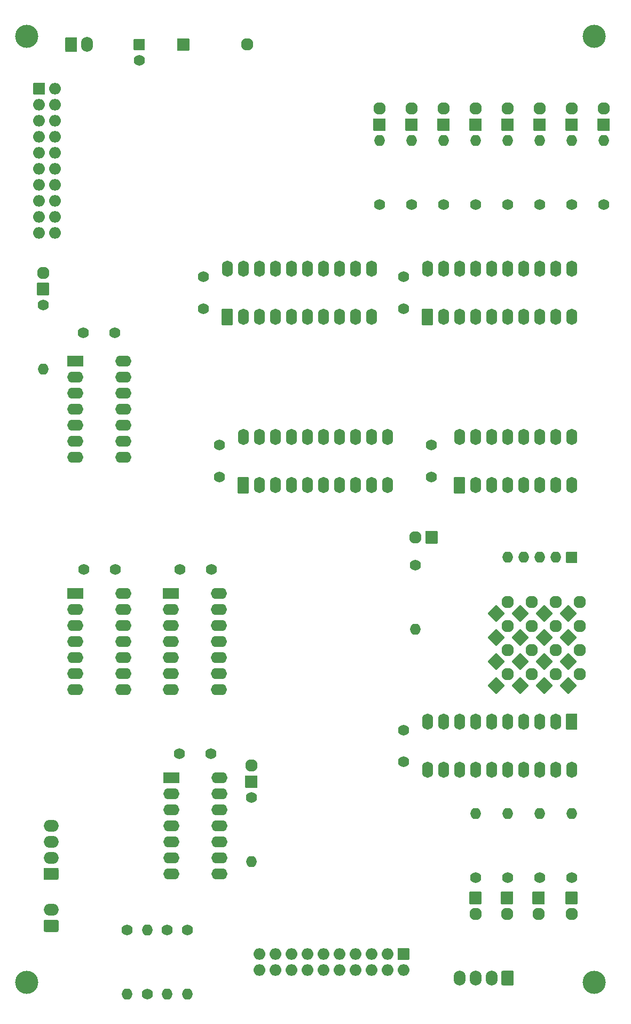
<source format=gbr>
G04 #@! TF.GenerationSoftware,KiCad,Pcbnew,(5.1.7)-1*
G04 #@! TF.CreationDate,2020-11-15T10:54:59+01:00*
G04 #@! TF.ProjectId,Befehle,42656665-686c-4652-9e6b-696361645f70,rev?*
G04 #@! TF.SameCoordinates,Original*
G04 #@! TF.FileFunction,Soldermask,Bot*
G04 #@! TF.FilePolarity,Negative*
%FSLAX46Y46*%
G04 Gerber Fmt 4.6, Leading zero omitted, Abs format (unit mm)*
G04 Created by KiCad (PCBNEW (5.1.7)-1) date 2020-11-15 10:54:59*
%MOMM*%
%LPD*%
G01*
G04 APERTURE LIST*
%ADD10O,1.760000X2.560000*%
%ADD11O,2.350000X1.900000*%
%ADD12C,3.660000*%
%ADD13O,1.960000X1.960000*%
%ADD14O,1.760000X1.760000*%
%ADD15C,1.760000*%
%ADD16C,1.960000*%
%ADD17O,1.860000X1.860000*%
%ADD18O,2.560000X1.760000*%
%ADD19O,1.900000X2.350000*%
%ADD20C,0.100000*%
G04 APERTURE END LIST*
D10*
X109950000Y-141320000D03*
X87090000Y-133700000D03*
X107410000Y-141320000D03*
X89630000Y-133700000D03*
X104870000Y-141320000D03*
X92170000Y-133700000D03*
X102330000Y-141320000D03*
X94710000Y-133700000D03*
X99790000Y-141320000D03*
X97250000Y-133700000D03*
X97250000Y-141320000D03*
X99790000Y-133700000D03*
X94710000Y-141320000D03*
X102330000Y-133700000D03*
X92170000Y-141320000D03*
X104870000Y-133700000D03*
X89630000Y-141320000D03*
X107410000Y-133700000D03*
X87090000Y-141320000D03*
G36*
G01*
X109150000Y-132420000D02*
X110750000Y-132420000D01*
G75*
G02*
X110830000Y-132500000I0J-80000D01*
G01*
X110830000Y-134900000D01*
G75*
G02*
X110750000Y-134980000I-80000J0D01*
G01*
X109150000Y-134980000D01*
G75*
G02*
X109070000Y-134900000I0J80000D01*
G01*
X109070000Y-132500000D01*
G75*
G02*
X109150000Y-132420000I80000J0D01*
G01*
G37*
X57880000Y-88615000D03*
X80740000Y-96235000D03*
X60420000Y-88615000D03*
X78200000Y-96235000D03*
X62960000Y-88615000D03*
X75660000Y-96235000D03*
X65500000Y-88615000D03*
X73120000Y-96235000D03*
X68040000Y-88615000D03*
X70580000Y-96235000D03*
X70580000Y-88615000D03*
X68040000Y-96235000D03*
X73120000Y-88615000D03*
X65500000Y-96235000D03*
X75660000Y-88615000D03*
X62960000Y-96235000D03*
X78200000Y-88615000D03*
X60420000Y-96235000D03*
X80740000Y-88615000D03*
G36*
G01*
X58680000Y-97515000D02*
X57080000Y-97515000D01*
G75*
G02*
X57000000Y-97435000I0J80000D01*
G01*
X57000000Y-95035000D01*
G75*
G02*
X57080000Y-94955000I80000J0D01*
G01*
X58680000Y-94955000D01*
G75*
G02*
X58760000Y-95035000I0J-80000D01*
G01*
X58760000Y-97435000D01*
G75*
G02*
X58680000Y-97515000I-80000J0D01*
G01*
G37*
X87090000Y-61945000D03*
X109950000Y-69565000D03*
X89630000Y-61945000D03*
X107410000Y-69565000D03*
X92170000Y-61945000D03*
X104870000Y-69565000D03*
X94710000Y-61945000D03*
X102330000Y-69565000D03*
X97250000Y-61945000D03*
X99790000Y-69565000D03*
X99790000Y-61945000D03*
X97250000Y-69565000D03*
X102330000Y-61945000D03*
X94710000Y-69565000D03*
X104870000Y-61945000D03*
X92170000Y-69565000D03*
X107410000Y-61945000D03*
X89630000Y-69565000D03*
X109950000Y-61945000D03*
G36*
G01*
X87890000Y-70845000D02*
X86290000Y-70845000D01*
G75*
G02*
X86210000Y-70765000I0J80000D01*
G01*
X86210000Y-68365000D01*
G75*
G02*
X86290000Y-68285000I80000J0D01*
G01*
X87890000Y-68285000D01*
G75*
G02*
X87970000Y-68365000I0J-80000D01*
G01*
X87970000Y-70765000D01*
G75*
G02*
X87890000Y-70845000I-80000J0D01*
G01*
G37*
X55340000Y-61945000D03*
X78200000Y-69565000D03*
X57880000Y-61945000D03*
X75660000Y-69565000D03*
X60420000Y-61945000D03*
X73120000Y-69565000D03*
X62960000Y-61945000D03*
X70580000Y-69565000D03*
X65500000Y-61945000D03*
X68040000Y-69565000D03*
X68040000Y-61945000D03*
X65500000Y-69565000D03*
X70580000Y-61945000D03*
X62960000Y-69565000D03*
X73120000Y-61945000D03*
X60420000Y-69565000D03*
X75660000Y-61945000D03*
X57880000Y-69565000D03*
X78200000Y-61945000D03*
G36*
G01*
X56140000Y-70845000D02*
X54540000Y-70845000D01*
G75*
G02*
X54460000Y-70765000I0J80000D01*
G01*
X54460000Y-68365000D01*
G75*
G02*
X54540000Y-68285000I80000J0D01*
G01*
X56140000Y-68285000D01*
G75*
G02*
X56220000Y-68365000I0J-80000D01*
G01*
X56220000Y-70765000D01*
G75*
G02*
X56140000Y-70845000I-80000J0D01*
G01*
G37*
D11*
X27400000Y-150210000D03*
X27400000Y-152750000D03*
X27400000Y-155290000D03*
G36*
G01*
X28302013Y-158780000D02*
X26497987Y-158780000D01*
G75*
G02*
X26225000Y-158507013I0J272987D01*
G01*
X26225000Y-157152987D01*
G75*
G02*
X26497987Y-156880000I272987J0D01*
G01*
X28302013Y-156880000D01*
G75*
G02*
X28575000Y-157152987I0J-272987D01*
G01*
X28575000Y-158507013D01*
G75*
G02*
X28302013Y-158780000I-272987J0D01*
G01*
G37*
D12*
X23510000Y-175035000D03*
X113510000Y-175035000D03*
X113510000Y-25035000D03*
X23510000Y-25035000D03*
D13*
X58515000Y-26385000D03*
G36*
G01*
X47375000Y-27285000D02*
X47375000Y-25485000D01*
G75*
G02*
X47455000Y-25405000I80000J0D01*
G01*
X49255000Y-25405000D01*
G75*
G02*
X49335000Y-25485000I0J-80000D01*
G01*
X49335000Y-27285000D01*
G75*
G02*
X49255000Y-27365000I-80000J0D01*
G01*
X47455000Y-27365000D01*
G75*
G02*
X47375000Y-27285000I0J80000D01*
G01*
G37*
D14*
X109950000Y-148305000D03*
D15*
X109950000Y-158465000D03*
D16*
X111220000Y-126188949D03*
G36*
G01*
X109367380Y-129314361D02*
X108094588Y-128041569D01*
G75*
G02*
X108094588Y-127928431I56569J56569D01*
G01*
X109367380Y-126655639D01*
G75*
G02*
X109480518Y-126655639I56569J-56569D01*
G01*
X110753310Y-127928431D01*
G75*
G02*
X110753310Y-128041569I-56569J-56569D01*
G01*
X109480518Y-129314361D01*
G75*
G02*
X109367380Y-129314361I-56569J56569D01*
G01*
G37*
X103600000Y-122378949D03*
G36*
G01*
X101747380Y-125504361D02*
X100474588Y-124231569D01*
G75*
G02*
X100474588Y-124118431I56569J56569D01*
G01*
X101747380Y-122845639D01*
G75*
G02*
X101860518Y-122845639I56569J-56569D01*
G01*
X103133310Y-124118431D01*
G75*
G02*
X103133310Y-124231569I-56569J-56569D01*
G01*
X101860518Y-125504361D01*
G75*
G02*
X101747380Y-125504361I-56569J56569D01*
G01*
G37*
X107410000Y-126188949D03*
G36*
G01*
X105557380Y-129314361D02*
X104284588Y-128041569D01*
G75*
G02*
X104284588Y-127928431I56569J56569D01*
G01*
X105557380Y-126655639D01*
G75*
G02*
X105670518Y-126655639I56569J-56569D01*
G01*
X106943310Y-127928431D01*
G75*
G02*
X106943310Y-128041569I-56569J-56569D01*
G01*
X105670518Y-129314361D01*
G75*
G02*
X105557380Y-129314361I-56569J56569D01*
G01*
G37*
D17*
X60420000Y-173070000D03*
X60420000Y-170530000D03*
X62960000Y-173070000D03*
X62960000Y-170530000D03*
X65500000Y-173070000D03*
X65500000Y-170530000D03*
X68040000Y-173070000D03*
X68040000Y-170530000D03*
X70580000Y-173070000D03*
X70580000Y-170530000D03*
X73120000Y-173070000D03*
X73120000Y-170530000D03*
X75660000Y-173070000D03*
X75660000Y-170530000D03*
X78200000Y-173070000D03*
X78200000Y-170530000D03*
X80740000Y-173070000D03*
X80740000Y-170530000D03*
X83280000Y-173070000D03*
G36*
G01*
X82430000Y-169600000D02*
X84130000Y-169600000D01*
G75*
G02*
X84210000Y-169680000I0J-80000D01*
G01*
X84210000Y-171380000D01*
G75*
G02*
X84130000Y-171460000I-80000J0D01*
G01*
X82430000Y-171460000D01*
G75*
G02*
X82350000Y-171380000I0J80000D01*
G01*
X82350000Y-169680000D01*
G75*
G02*
X82430000Y-169600000I80000J0D01*
G01*
G37*
D10*
X92170000Y-88615000D03*
X109950000Y-96235000D03*
X94710000Y-88615000D03*
X107410000Y-96235000D03*
X97250000Y-88615000D03*
X104870000Y-96235000D03*
X99790000Y-88615000D03*
X102330000Y-96235000D03*
X102330000Y-88615000D03*
X99790000Y-96235000D03*
X104870000Y-88615000D03*
X97250000Y-96235000D03*
X107410000Y-88615000D03*
X94710000Y-96235000D03*
X109950000Y-88615000D03*
G36*
G01*
X92970000Y-97515000D02*
X91370000Y-97515000D01*
G75*
G02*
X91290000Y-97435000I0J80000D01*
G01*
X91290000Y-95035000D01*
G75*
G02*
X91370000Y-94955000I80000J0D01*
G01*
X92970000Y-94955000D01*
G75*
G02*
X93050000Y-95035000I0J-80000D01*
G01*
X93050000Y-97435000D01*
G75*
G02*
X92970000Y-97515000I-80000J0D01*
G01*
G37*
D18*
X38830000Y-76550000D03*
X31210000Y-91790000D03*
X38830000Y-79090000D03*
X31210000Y-89250000D03*
X38830000Y-81630000D03*
X31210000Y-86710000D03*
X38830000Y-84170000D03*
X31210000Y-84170000D03*
X38830000Y-86710000D03*
X31210000Y-81630000D03*
X38830000Y-89250000D03*
X31210000Y-79090000D03*
X38830000Y-91790000D03*
G36*
G01*
X29930000Y-77350000D02*
X29930000Y-75750000D01*
G75*
G02*
X30010000Y-75670000I80000J0D01*
G01*
X32410000Y-75670000D01*
G75*
G02*
X32490000Y-75750000I0J-80000D01*
G01*
X32490000Y-77350000D01*
G75*
G02*
X32410000Y-77430000I-80000J0D01*
G01*
X30010000Y-77430000D01*
G75*
G02*
X29930000Y-77350000I0J80000D01*
G01*
G37*
D14*
X99790000Y-107665000D03*
X102330000Y-107665000D03*
X104870000Y-107665000D03*
X107410000Y-107665000D03*
G36*
G01*
X110830000Y-106865000D02*
X110830000Y-108465000D01*
G75*
G02*
X110750000Y-108545000I-80000J0D01*
G01*
X109150000Y-108545000D01*
G75*
G02*
X109070000Y-108465000I0J80000D01*
G01*
X109070000Y-106865000D01*
G75*
G02*
X109150000Y-106785000I80000J0D01*
G01*
X110750000Y-106785000D01*
G75*
G02*
X110830000Y-106865000I0J-80000D01*
G01*
G37*
X115030000Y-41625000D03*
D15*
X115030000Y-51785000D03*
D14*
X104870000Y-148305000D03*
D15*
X104870000Y-158465000D03*
D14*
X109950000Y-41625000D03*
D15*
X109950000Y-51785000D03*
D14*
X104870000Y-41625000D03*
D15*
X104870000Y-51785000D03*
D14*
X99790000Y-41625000D03*
D15*
X99790000Y-51785000D03*
D14*
X94710000Y-41625000D03*
D15*
X94710000Y-51785000D03*
D14*
X89630000Y-41625000D03*
D15*
X89630000Y-51785000D03*
D14*
X99790000Y-148305000D03*
D15*
X99790000Y-158465000D03*
D14*
X84550000Y-41625000D03*
D15*
X84550000Y-51785000D03*
D14*
X79470000Y-41625000D03*
D15*
X79470000Y-51785000D03*
D14*
X94710000Y-148305000D03*
D15*
X94710000Y-158465000D03*
D14*
X85185000Y-119095000D03*
D15*
X85185000Y-108935000D03*
D14*
X45815000Y-176880000D03*
D15*
X45815000Y-166720000D03*
D14*
X26130000Y-77820000D03*
D15*
X26130000Y-67660000D03*
D14*
X39465000Y-176880000D03*
D15*
X39465000Y-166720000D03*
D14*
X48990000Y-176880000D03*
D15*
X48990000Y-166720000D03*
D14*
X59150000Y-155925000D03*
D15*
X59150000Y-145765000D03*
D14*
X42640000Y-166720000D03*
D15*
X42640000Y-176880000D03*
D19*
X33115000Y-26385000D03*
G36*
G01*
X29625000Y-27287013D02*
X29625000Y-25482987D01*
G75*
G02*
X29897987Y-25210000I272987J0D01*
G01*
X31252013Y-25210000D01*
G75*
G02*
X31525000Y-25482987I0J-272987D01*
G01*
X31525000Y-27287013D01*
G75*
G02*
X31252013Y-27560000I-272987J0D01*
G01*
X29897987Y-27560000D01*
G75*
G02*
X29625000Y-27287013I0J272987D01*
G01*
G37*
X92170000Y-174340000D03*
X94710000Y-174340000D03*
X97250000Y-174340000D03*
G36*
G01*
X100740000Y-173437987D02*
X100740000Y-175242013D01*
G75*
G02*
X100467013Y-175515000I-272987J0D01*
G01*
X99112987Y-175515000D01*
G75*
G02*
X98840000Y-175242013I0J272987D01*
G01*
X98840000Y-173437987D01*
G75*
G02*
X99112987Y-173165000I272987J0D01*
G01*
X100467013Y-173165000D01*
G75*
G02*
X100740000Y-173437987I0J-272987D01*
G01*
G37*
D11*
X27400000Y-163545000D03*
G36*
G01*
X28302013Y-167035000D02*
X26497987Y-167035000D01*
G75*
G02*
X26225000Y-166762013I0J272987D01*
G01*
X26225000Y-165407987D01*
G75*
G02*
X26497987Y-165135000I272987J0D01*
G01*
X28302013Y-165135000D01*
G75*
G02*
X28575000Y-165407987I0J-272987D01*
G01*
X28575000Y-166762013D01*
G75*
G02*
X28302013Y-167035000I-272987J0D01*
G01*
G37*
G36*
G01*
X24565000Y-34220000D02*
X24565000Y-32520000D01*
G75*
G02*
X24645000Y-32440000I80000J0D01*
G01*
X26345000Y-32440000D01*
G75*
G02*
X26425000Y-32520000I0J-80000D01*
G01*
X26425000Y-34220000D01*
G75*
G02*
X26345000Y-34300000I-80000J0D01*
G01*
X24645000Y-34300000D01*
G75*
G02*
X24565000Y-34220000I0J80000D01*
G01*
G37*
D17*
X28035000Y-33370000D03*
X25495000Y-35910000D03*
X28035000Y-35910000D03*
X25495000Y-38450000D03*
X28035000Y-38450000D03*
X25495000Y-40990000D03*
X28035000Y-40990000D03*
X25495000Y-43530000D03*
X28035000Y-43530000D03*
X25495000Y-46070000D03*
X28035000Y-46070000D03*
X25495000Y-48610000D03*
X28035000Y-48610000D03*
X25495000Y-51150000D03*
X28035000Y-51150000D03*
X25495000Y-53690000D03*
X28035000Y-53690000D03*
X25495000Y-56230000D03*
X28035000Y-56230000D03*
D16*
X109950000Y-164180000D03*
G36*
G01*
X109050000Y-160660000D02*
X110850000Y-160660000D01*
G75*
G02*
X110930000Y-160740000I0J-80000D01*
G01*
X110930000Y-162540000D01*
G75*
G02*
X110850000Y-162620000I-80000J0D01*
G01*
X109050000Y-162620000D01*
G75*
G02*
X108970000Y-162540000I0J80000D01*
G01*
X108970000Y-160740000D01*
G75*
G02*
X109050000Y-160660000I80000J0D01*
G01*
G37*
X115030000Y-36545000D03*
G36*
G01*
X115930000Y-40065000D02*
X114130000Y-40065000D01*
G75*
G02*
X114050000Y-39985000I0J80000D01*
G01*
X114050000Y-38185000D01*
G75*
G02*
X114130000Y-38105000I80000J0D01*
G01*
X115930000Y-38105000D01*
G75*
G02*
X116010000Y-38185000I0J-80000D01*
G01*
X116010000Y-39985000D01*
G75*
G02*
X115930000Y-40065000I-80000J0D01*
G01*
G37*
X104715000Y-164180000D03*
G36*
G01*
X103815000Y-160660000D02*
X105615000Y-160660000D01*
G75*
G02*
X105695000Y-160740000I0J-80000D01*
G01*
X105695000Y-162540000D01*
G75*
G02*
X105615000Y-162620000I-80000J0D01*
G01*
X103815000Y-162620000D01*
G75*
G02*
X103735000Y-162540000I0J80000D01*
G01*
X103735000Y-160740000D01*
G75*
G02*
X103815000Y-160660000I80000J0D01*
G01*
G37*
X109950000Y-36545000D03*
G36*
G01*
X110850000Y-40065000D02*
X109050000Y-40065000D01*
G75*
G02*
X108970000Y-39985000I0J80000D01*
G01*
X108970000Y-38185000D01*
G75*
G02*
X109050000Y-38105000I80000J0D01*
G01*
X110850000Y-38105000D01*
G75*
G02*
X110930000Y-38185000I0J-80000D01*
G01*
X110930000Y-39985000D01*
G75*
G02*
X110850000Y-40065000I-80000J0D01*
G01*
G37*
X104870000Y-36545000D03*
G36*
G01*
X105770000Y-40065000D02*
X103970000Y-40065000D01*
G75*
G02*
X103890000Y-39985000I0J80000D01*
G01*
X103890000Y-38185000D01*
G75*
G02*
X103970000Y-38105000I80000J0D01*
G01*
X105770000Y-38105000D01*
G75*
G02*
X105850000Y-38185000I0J-80000D01*
G01*
X105850000Y-39985000D01*
G75*
G02*
X105770000Y-40065000I-80000J0D01*
G01*
G37*
X99790000Y-36545000D03*
G36*
G01*
X100690000Y-40065000D02*
X98890000Y-40065000D01*
G75*
G02*
X98810000Y-39985000I0J80000D01*
G01*
X98810000Y-38185000D01*
G75*
G02*
X98890000Y-38105000I80000J0D01*
G01*
X100690000Y-38105000D01*
G75*
G02*
X100770000Y-38185000I0J-80000D01*
G01*
X100770000Y-39985000D01*
G75*
G02*
X100690000Y-40065000I-80000J0D01*
G01*
G37*
X94710000Y-36545000D03*
G36*
G01*
X95610000Y-40065000D02*
X93810000Y-40065000D01*
G75*
G02*
X93730000Y-39985000I0J80000D01*
G01*
X93730000Y-38185000D01*
G75*
G02*
X93810000Y-38105000I80000J0D01*
G01*
X95610000Y-38105000D01*
G75*
G02*
X95690000Y-38185000I0J-80000D01*
G01*
X95690000Y-39985000D01*
G75*
G02*
X95610000Y-40065000I-80000J0D01*
G01*
G37*
X89630000Y-36545000D03*
G36*
G01*
X90530000Y-40065000D02*
X88730000Y-40065000D01*
G75*
G02*
X88650000Y-39985000I0J80000D01*
G01*
X88650000Y-38185000D01*
G75*
G02*
X88730000Y-38105000I80000J0D01*
G01*
X90530000Y-38105000D01*
G75*
G02*
X90610000Y-38185000I0J-80000D01*
G01*
X90610000Y-39985000D01*
G75*
G02*
X90530000Y-40065000I-80000J0D01*
G01*
G37*
X99715000Y-164180000D03*
G36*
G01*
X98815000Y-160660000D02*
X100615000Y-160660000D01*
G75*
G02*
X100695000Y-160740000I0J-80000D01*
G01*
X100695000Y-162540000D01*
G75*
G02*
X100615000Y-162620000I-80000J0D01*
G01*
X98815000Y-162620000D01*
G75*
G02*
X98735000Y-162540000I0J80000D01*
G01*
X98735000Y-160740000D01*
G75*
G02*
X98815000Y-160660000I80000J0D01*
G01*
G37*
X84550000Y-36545000D03*
G36*
G01*
X85450000Y-40065000D02*
X83650000Y-40065000D01*
G75*
G02*
X83570000Y-39985000I0J80000D01*
G01*
X83570000Y-38185000D01*
G75*
G02*
X83650000Y-38105000I80000J0D01*
G01*
X85450000Y-38105000D01*
G75*
G02*
X85530000Y-38185000I0J-80000D01*
G01*
X85530000Y-39985000D01*
G75*
G02*
X85450000Y-40065000I-80000J0D01*
G01*
G37*
X79470000Y-36545000D03*
G36*
G01*
X80370000Y-40065000D02*
X78570000Y-40065000D01*
G75*
G02*
X78490000Y-39985000I0J80000D01*
G01*
X78490000Y-38185000D01*
G75*
G02*
X78570000Y-38105000I80000J0D01*
G01*
X80370000Y-38105000D01*
G75*
G02*
X80450000Y-38185000I0J-80000D01*
G01*
X80450000Y-39985000D01*
G75*
G02*
X80370000Y-40065000I-80000J0D01*
G01*
G37*
X94710000Y-164180000D03*
G36*
G01*
X93810000Y-160660000D02*
X95610000Y-160660000D01*
G75*
G02*
X95690000Y-160740000I0J-80000D01*
G01*
X95690000Y-162540000D01*
G75*
G02*
X95610000Y-162620000I-80000J0D01*
G01*
X93810000Y-162620000D01*
G75*
G02*
X93730000Y-162540000I0J80000D01*
G01*
X93730000Y-160740000D01*
G75*
G02*
X93810000Y-160660000I80000J0D01*
G01*
G37*
X85185000Y-104490000D03*
G36*
G01*
X88705000Y-103590000D02*
X88705000Y-105390000D01*
G75*
G02*
X88625000Y-105470000I-80000J0D01*
G01*
X86825000Y-105470000D01*
G75*
G02*
X86745000Y-105390000I0J80000D01*
G01*
X86745000Y-103590000D01*
G75*
G02*
X86825000Y-103510000I80000J0D01*
G01*
X88625000Y-103510000D01*
G75*
G02*
X88705000Y-103590000I0J-80000D01*
G01*
G37*
X26130000Y-62580000D03*
G36*
G01*
X27030000Y-66100000D02*
X25230000Y-66100000D01*
G75*
G02*
X25150000Y-66020000I0J80000D01*
G01*
X25150000Y-64220000D01*
G75*
G02*
X25230000Y-64140000I80000J0D01*
G01*
X27030000Y-64140000D01*
G75*
G02*
X27110000Y-64220000I0J-80000D01*
G01*
X27110000Y-66020000D01*
G75*
G02*
X27030000Y-66100000I-80000J0D01*
G01*
G37*
X59150000Y-140685000D03*
G36*
G01*
X60050000Y-144205000D02*
X58250000Y-144205000D01*
G75*
G02*
X58170000Y-144125000I0J80000D01*
G01*
X58170000Y-142325000D01*
G75*
G02*
X58250000Y-142245000I80000J0D01*
G01*
X60050000Y-142245000D01*
G75*
G02*
X60130000Y-142325000I0J-80000D01*
G01*
X60130000Y-144125000D01*
G75*
G02*
X60050000Y-144205000I-80000J0D01*
G01*
G37*
D18*
X54070000Y-142590000D03*
X46450000Y-157830000D03*
X54070000Y-145130000D03*
X46450000Y-155290000D03*
X54070000Y-147670000D03*
X46450000Y-152750000D03*
X54070000Y-150210000D03*
X46450000Y-150210000D03*
X54070000Y-152750000D03*
X46450000Y-147670000D03*
X54070000Y-155290000D03*
X46450000Y-145130000D03*
X54070000Y-157830000D03*
G36*
G01*
X45170000Y-143390000D02*
X45170000Y-141790000D01*
G75*
G02*
X45250000Y-141710000I80000J0D01*
G01*
X47650000Y-141710000D01*
G75*
G02*
X47730000Y-141790000I0J-80000D01*
G01*
X47730000Y-143390000D01*
G75*
G02*
X47650000Y-143470000I-80000J0D01*
G01*
X45250000Y-143470000D01*
G75*
G02*
X45170000Y-143390000I0J80000D01*
G01*
G37*
D15*
X32480000Y-72105000D03*
X37480000Y-72105000D03*
D18*
X38830000Y-113380000D03*
X31210000Y-128620000D03*
X38830000Y-115920000D03*
X31210000Y-126080000D03*
X38830000Y-118460000D03*
X31210000Y-123540000D03*
X38830000Y-121000000D03*
X31210000Y-121000000D03*
X38830000Y-123540000D03*
X31210000Y-118460000D03*
X38830000Y-126080000D03*
X31210000Y-115920000D03*
X38830000Y-128620000D03*
G36*
G01*
X29930000Y-114180000D02*
X29930000Y-112580000D01*
G75*
G02*
X30010000Y-112500000I80000J0D01*
G01*
X32410000Y-112500000D01*
G75*
G02*
X32490000Y-112580000I0J-80000D01*
G01*
X32490000Y-114180000D01*
G75*
G02*
X32410000Y-114260000I-80000J0D01*
G01*
X30010000Y-114260000D01*
G75*
G02*
X29930000Y-114180000I0J80000D01*
G01*
G37*
X54021740Y-113380000D03*
X46401740Y-128620000D03*
X54021740Y-115920000D03*
X46401740Y-126080000D03*
X54021740Y-118460000D03*
X46401740Y-123540000D03*
X54021740Y-121000000D03*
X46401740Y-121000000D03*
X54021740Y-123540000D03*
X46401740Y-118460000D03*
X54021740Y-126080000D03*
X46401740Y-115920000D03*
X54021740Y-128620000D03*
G36*
G01*
X45121740Y-114180000D02*
X45121740Y-112580000D01*
G75*
G02*
X45201740Y-112500000I80000J0D01*
G01*
X47601740Y-112500000D01*
G75*
G02*
X47681740Y-112580000I0J-80000D01*
G01*
X47681740Y-114180000D01*
G75*
G02*
X47601740Y-114260000I-80000J0D01*
G01*
X45201740Y-114260000D01*
G75*
G02*
X45121740Y-114180000I0J80000D01*
G01*
G37*
D16*
X103600000Y-126188949D03*
G36*
G01*
X101747380Y-129314361D02*
X100474588Y-128041569D01*
G75*
G02*
X100474588Y-127928431I56569J56569D01*
G01*
X101747380Y-126655639D01*
G75*
G02*
X101860518Y-126655639I56569J-56569D01*
G01*
X103133310Y-127928431D01*
G75*
G02*
X103133310Y-128041569I-56569J-56569D01*
G01*
X101860518Y-129314361D01*
G75*
G02*
X101747380Y-129314361I-56569J56569D01*
G01*
G37*
X99790000Y-126188949D03*
G36*
G01*
X97937380Y-129314361D02*
X96664588Y-128041569D01*
G75*
G02*
X96664588Y-127928431I56569J56569D01*
G01*
X97937380Y-126655639D01*
G75*
G02*
X98050518Y-126655639I56569J-56569D01*
G01*
X99323310Y-127928431D01*
G75*
G02*
X99323310Y-128041569I-56569J-56569D01*
G01*
X98050518Y-129314361D01*
G75*
G02*
X97937380Y-129314361I-56569J56569D01*
G01*
G37*
X111220000Y-122378949D03*
G36*
G01*
X109367380Y-125504361D02*
X108094588Y-124231569D01*
G75*
G02*
X108094588Y-124118431I56569J56569D01*
G01*
X109367380Y-122845639D01*
G75*
G02*
X109480518Y-122845639I56569J-56569D01*
G01*
X110753310Y-124118431D01*
G75*
G02*
X110753310Y-124231569I-56569J-56569D01*
G01*
X109480518Y-125504361D01*
G75*
G02*
X109367380Y-125504361I-56569J56569D01*
G01*
G37*
X107410000Y-122378949D03*
G36*
G01*
X105557380Y-125504361D02*
X104284588Y-124231569D01*
G75*
G02*
X104284588Y-124118431I56569J56569D01*
G01*
X105557380Y-122845639D01*
G75*
G02*
X105670518Y-122845639I56569J-56569D01*
G01*
X106943310Y-124118431D01*
G75*
G02*
X106943310Y-124231569I-56569J-56569D01*
G01*
X105670518Y-125504361D01*
G75*
G02*
X105557380Y-125504361I-56569J56569D01*
G01*
G37*
X111220000Y-118568949D03*
G36*
G01*
X109367380Y-121694361D02*
X108094588Y-120421569D01*
G75*
G02*
X108094588Y-120308431I56569J56569D01*
G01*
X109367380Y-119035639D01*
G75*
G02*
X109480518Y-119035639I56569J-56569D01*
G01*
X110753310Y-120308431D01*
G75*
G02*
X110753310Y-120421569I-56569J-56569D01*
G01*
X109480518Y-121694361D01*
G75*
G02*
X109367380Y-121694361I-56569J56569D01*
G01*
G37*
X107410000Y-118568949D03*
G36*
G01*
X105557380Y-121694361D02*
X104284588Y-120421569D01*
G75*
G02*
X104284588Y-120308431I56569J56569D01*
G01*
X105557380Y-119035639D01*
G75*
G02*
X105670518Y-119035639I56569J-56569D01*
G01*
X106943310Y-120308431D01*
G75*
G02*
X106943310Y-120421569I-56569J-56569D01*
G01*
X105670518Y-121694361D01*
G75*
G02*
X105557380Y-121694361I-56569J56569D01*
G01*
G37*
X103600000Y-118568949D03*
G36*
G01*
X101747380Y-121694361D02*
X100474588Y-120421569D01*
G75*
G02*
X100474588Y-120308431I56569J56569D01*
G01*
X101747380Y-119035639D01*
G75*
G02*
X101860518Y-119035639I56569J-56569D01*
G01*
X103133310Y-120308431D01*
G75*
G02*
X103133310Y-120421569I-56569J-56569D01*
G01*
X101860518Y-121694361D01*
G75*
G02*
X101747380Y-121694361I-56569J56569D01*
G01*
G37*
X111220000Y-114758949D03*
G36*
G01*
X109367380Y-117884361D02*
X108094588Y-116611569D01*
G75*
G02*
X108094588Y-116498431I56569J56569D01*
G01*
X109367380Y-115225639D01*
G75*
G02*
X109480518Y-115225639I56569J-56569D01*
G01*
X110753310Y-116498431D01*
G75*
G02*
X110753310Y-116611569I-56569J-56569D01*
G01*
X109480518Y-117884361D01*
G75*
G02*
X109367380Y-117884361I-56569J56569D01*
G01*
G37*
X107410000Y-114758949D03*
G36*
G01*
X105557380Y-117884361D02*
X104284588Y-116611569D01*
G75*
G02*
X104284588Y-116498431I56569J56569D01*
G01*
X105557380Y-115225639D01*
G75*
G02*
X105670518Y-115225639I56569J-56569D01*
G01*
X106943310Y-116498431D01*
G75*
G02*
X106943310Y-116611569I-56569J-56569D01*
G01*
X105670518Y-117884361D01*
G75*
G02*
X105557380Y-117884361I-56569J56569D01*
G01*
G37*
X99790000Y-122378949D03*
G36*
G01*
X97937380Y-125504361D02*
X96664588Y-124231569D01*
G75*
G02*
X96664588Y-124118431I56569J56569D01*
G01*
X97937380Y-122845639D01*
G75*
G02*
X98050518Y-122845639I56569J-56569D01*
G01*
X99323310Y-124118431D01*
G75*
G02*
X99323310Y-124231569I-56569J-56569D01*
G01*
X98050518Y-125504361D01*
G75*
G02*
X97937380Y-125504361I-56569J56569D01*
G01*
G37*
X103600000Y-114758949D03*
G36*
G01*
X101747380Y-117884361D02*
X100474588Y-116611569D01*
G75*
G02*
X100474588Y-116498431I56569J56569D01*
G01*
X101747380Y-115225639D01*
G75*
G02*
X101860518Y-115225639I56569J-56569D01*
G01*
X103133310Y-116498431D01*
G75*
G02*
X103133310Y-116611569I-56569J-56569D01*
G01*
X101860518Y-117884361D01*
G75*
G02*
X101747380Y-117884361I-56569J56569D01*
G01*
G37*
X99790000Y-118568949D03*
G36*
G01*
X97937380Y-121694361D02*
X96664588Y-120421569D01*
G75*
G02*
X96664588Y-120308431I56569J56569D01*
G01*
X97937380Y-119035639D01*
G75*
G02*
X98050518Y-119035639I56569J-56569D01*
G01*
X99323310Y-120308431D01*
G75*
G02*
X99323310Y-120421569I-56569J-56569D01*
G01*
X98050518Y-121694361D01*
G75*
G02*
X97937380Y-121694361I-56569J56569D01*
G01*
G37*
X99790000Y-114758949D03*
G36*
G01*
X97937380Y-117884361D02*
X96664588Y-116611569D01*
G75*
G02*
X96664588Y-116498431I56569J56569D01*
G01*
X97937380Y-115225639D01*
G75*
G02*
X98050518Y-115225639I56569J-56569D01*
G01*
X99323310Y-116498431D01*
G75*
G02*
X99323310Y-116611569I-56569J-56569D01*
G01*
X98050518Y-117884361D01*
G75*
G02*
X97937380Y-117884361I-56569J56569D01*
G01*
G37*
D15*
X41370000Y-28885000D03*
G36*
G01*
X40570000Y-25505000D02*
X42170000Y-25505000D01*
G75*
G02*
X42250000Y-25585000I0J-80000D01*
G01*
X42250000Y-27185000D01*
G75*
G02*
X42170000Y-27265000I-80000J0D01*
G01*
X40570000Y-27265000D01*
G75*
G02*
X40490000Y-27185000I0J80000D01*
G01*
X40490000Y-25585000D01*
G75*
G02*
X40570000Y-25505000I80000J0D01*
G01*
G37*
X47720000Y-138780000D03*
X52720000Y-138780000D03*
X32560000Y-109570000D03*
X37560000Y-109570000D03*
X47800000Y-109570000D03*
X52800000Y-109570000D03*
X83280000Y-135050000D03*
X83280000Y-140050000D03*
X54070000Y-94885000D03*
X54070000Y-89885000D03*
X87725000Y-94885000D03*
X87725000Y-89885000D03*
X83280000Y-68215000D03*
X83280000Y-63215000D03*
X51530000Y-68215000D03*
X51530000Y-63215000D03*
D20*
G36*
X98841990Y-175241817D02*
G01*
X98847215Y-175294875D01*
X98862637Y-175345712D01*
X98887678Y-175392560D01*
X98921377Y-175433623D01*
X98962440Y-175467322D01*
X99009288Y-175492363D01*
X99060125Y-175507785D01*
X99113183Y-175513010D01*
X99114809Y-175514175D01*
X99114613Y-175516165D01*
X99112987Y-175517000D01*
X99028718Y-175517000D01*
X99028522Y-175516990D01*
X98986810Y-175512882D01*
X98986425Y-175512806D01*
X98952301Y-175502454D01*
X98951939Y-175502304D01*
X98920500Y-175485500D01*
X98920174Y-175485282D01*
X98892613Y-175462664D01*
X98892336Y-175462387D01*
X98869718Y-175434826D01*
X98869500Y-175434500D01*
X98852696Y-175403061D01*
X98852546Y-175402699D01*
X98842194Y-175368575D01*
X98842118Y-175368190D01*
X98838010Y-175326478D01*
X98838000Y-175326282D01*
X98838000Y-175242013D01*
X98839000Y-175240281D01*
X98841000Y-175240281D01*
X98841990Y-175241817D01*
G37*
G36*
X100741165Y-175240387D02*
G01*
X100742000Y-175242013D01*
X100742000Y-175326282D01*
X100741990Y-175326478D01*
X100737882Y-175368190D01*
X100737806Y-175368575D01*
X100727454Y-175402699D01*
X100727304Y-175403061D01*
X100710500Y-175434500D01*
X100710282Y-175434826D01*
X100687664Y-175462387D01*
X100687387Y-175462664D01*
X100659826Y-175485282D01*
X100659500Y-175485500D01*
X100628061Y-175502304D01*
X100627699Y-175502454D01*
X100593575Y-175512806D01*
X100593190Y-175512882D01*
X100551478Y-175516990D01*
X100551282Y-175517000D01*
X100467013Y-175517000D01*
X100465281Y-175516000D01*
X100465281Y-175514000D01*
X100466817Y-175513010D01*
X100519875Y-175507785D01*
X100570712Y-175492363D01*
X100617560Y-175467322D01*
X100658623Y-175433623D01*
X100692322Y-175392560D01*
X100717363Y-175345712D01*
X100732785Y-175294875D01*
X100738010Y-175241817D01*
X100739175Y-175240191D01*
X100741165Y-175240387D01*
G37*
G36*
X99114719Y-173164000D02*
G01*
X99114719Y-173166000D01*
X99113183Y-173166990D01*
X99060125Y-173172215D01*
X99009288Y-173187637D01*
X98962440Y-173212678D01*
X98921377Y-173246377D01*
X98887678Y-173287440D01*
X98862637Y-173334288D01*
X98847215Y-173385125D01*
X98841990Y-173438183D01*
X98840825Y-173439809D01*
X98838835Y-173439613D01*
X98838000Y-173437987D01*
X98838000Y-173353718D01*
X98838010Y-173353522D01*
X98842118Y-173311810D01*
X98842194Y-173311425D01*
X98852546Y-173277301D01*
X98852696Y-173276939D01*
X98869500Y-173245500D01*
X98869718Y-173245174D01*
X98892336Y-173217613D01*
X98892613Y-173217336D01*
X98920174Y-173194718D01*
X98920500Y-173194500D01*
X98951939Y-173177696D01*
X98952301Y-173177546D01*
X98986425Y-173167194D01*
X98986810Y-173167118D01*
X99028522Y-173163010D01*
X99028718Y-173163000D01*
X99112987Y-173163000D01*
X99114719Y-173164000D01*
G37*
G36*
X100551478Y-173163010D02*
G01*
X100593190Y-173167118D01*
X100593575Y-173167194D01*
X100627699Y-173177546D01*
X100628061Y-173177696D01*
X100659500Y-173194500D01*
X100659826Y-173194718D01*
X100687387Y-173217336D01*
X100687664Y-173217613D01*
X100710282Y-173245174D01*
X100710500Y-173245500D01*
X100727304Y-173276939D01*
X100727454Y-173277301D01*
X100737806Y-173311425D01*
X100737882Y-173311810D01*
X100741990Y-173353522D01*
X100742000Y-173353718D01*
X100742000Y-173437987D01*
X100741000Y-173439719D01*
X100739000Y-173439719D01*
X100738010Y-173438183D01*
X100732785Y-173385125D01*
X100717363Y-173334288D01*
X100692322Y-173287440D01*
X100658623Y-173246377D01*
X100617560Y-173212678D01*
X100570712Y-173187637D01*
X100519875Y-173172215D01*
X100466817Y-173166990D01*
X100465191Y-173165825D01*
X100465387Y-173163835D01*
X100467013Y-173163000D01*
X100551282Y-173163000D01*
X100551478Y-173163010D01*
G37*
G36*
X28576165Y-166760387D02*
G01*
X28577000Y-166762013D01*
X28577000Y-166846282D01*
X28576990Y-166846478D01*
X28572882Y-166888190D01*
X28572806Y-166888575D01*
X28562454Y-166922699D01*
X28562304Y-166923061D01*
X28545500Y-166954500D01*
X28545282Y-166954826D01*
X28522664Y-166982387D01*
X28522387Y-166982664D01*
X28494826Y-167005282D01*
X28494500Y-167005500D01*
X28463061Y-167022304D01*
X28462699Y-167022454D01*
X28428575Y-167032806D01*
X28428190Y-167032882D01*
X28386478Y-167036990D01*
X28386282Y-167037000D01*
X28302013Y-167037000D01*
X28300281Y-167036000D01*
X28300281Y-167034000D01*
X28301817Y-167033010D01*
X28354875Y-167027785D01*
X28405712Y-167012363D01*
X28452560Y-166987322D01*
X28493623Y-166953623D01*
X28527322Y-166912560D01*
X28552363Y-166865712D01*
X28567785Y-166814875D01*
X28573010Y-166761817D01*
X28574175Y-166760191D01*
X28576165Y-166760387D01*
G37*
G36*
X26226990Y-166761817D02*
G01*
X26232215Y-166814875D01*
X26247637Y-166865712D01*
X26272678Y-166912560D01*
X26306377Y-166953623D01*
X26347440Y-166987322D01*
X26394288Y-167012363D01*
X26445125Y-167027785D01*
X26498183Y-167033010D01*
X26499809Y-167034175D01*
X26499613Y-167036165D01*
X26497987Y-167037000D01*
X26413718Y-167037000D01*
X26413522Y-167036990D01*
X26371810Y-167032882D01*
X26371425Y-167032806D01*
X26337301Y-167022454D01*
X26336939Y-167022304D01*
X26305500Y-167005500D01*
X26305174Y-167005282D01*
X26277613Y-166982664D01*
X26277336Y-166982387D01*
X26254718Y-166954826D01*
X26254500Y-166954500D01*
X26237696Y-166923061D01*
X26237546Y-166922699D01*
X26227194Y-166888575D01*
X26227118Y-166888190D01*
X26223010Y-166846478D01*
X26223000Y-166846282D01*
X26223000Y-166762013D01*
X26224000Y-166760281D01*
X26226000Y-166760281D01*
X26226990Y-166761817D01*
G37*
G36*
X26499719Y-165134000D02*
G01*
X26499719Y-165136000D01*
X26498183Y-165136990D01*
X26445125Y-165142215D01*
X26394288Y-165157637D01*
X26347440Y-165182678D01*
X26306377Y-165216377D01*
X26272678Y-165257440D01*
X26247637Y-165304288D01*
X26232215Y-165355125D01*
X26226990Y-165408183D01*
X26225825Y-165409809D01*
X26223835Y-165409613D01*
X26223000Y-165407987D01*
X26223000Y-165323718D01*
X26223010Y-165323522D01*
X26227118Y-165281810D01*
X26227194Y-165281425D01*
X26237546Y-165247301D01*
X26237696Y-165246939D01*
X26254500Y-165215500D01*
X26254718Y-165215174D01*
X26277336Y-165187613D01*
X26277613Y-165187336D01*
X26305174Y-165164718D01*
X26305500Y-165164500D01*
X26336939Y-165147696D01*
X26337301Y-165147546D01*
X26371425Y-165137194D01*
X26371810Y-165137118D01*
X26413522Y-165133010D01*
X26413718Y-165133000D01*
X26497987Y-165133000D01*
X26499719Y-165134000D01*
G37*
G36*
X28386478Y-165133010D02*
G01*
X28428190Y-165137118D01*
X28428575Y-165137194D01*
X28462699Y-165147546D01*
X28463061Y-165147696D01*
X28494500Y-165164500D01*
X28494826Y-165164718D01*
X28522387Y-165187336D01*
X28522664Y-165187613D01*
X28545282Y-165215174D01*
X28545500Y-165215500D01*
X28562304Y-165246939D01*
X28562454Y-165247301D01*
X28572806Y-165281425D01*
X28572882Y-165281810D01*
X28576990Y-165323522D01*
X28577000Y-165323718D01*
X28577000Y-165407987D01*
X28576000Y-165409719D01*
X28574000Y-165409719D01*
X28573010Y-165408183D01*
X28567785Y-165355125D01*
X28552363Y-165304288D01*
X28527322Y-165257440D01*
X28493623Y-165216377D01*
X28452560Y-165182678D01*
X28405712Y-165157637D01*
X28354875Y-165142215D01*
X28301817Y-165136990D01*
X28300191Y-165135825D01*
X28300387Y-165133835D01*
X28302013Y-165133000D01*
X28386282Y-165133000D01*
X28386478Y-165133010D01*
G37*
G36*
X28576165Y-158505387D02*
G01*
X28577000Y-158507013D01*
X28577000Y-158591282D01*
X28576990Y-158591478D01*
X28572882Y-158633190D01*
X28572806Y-158633575D01*
X28562454Y-158667699D01*
X28562304Y-158668061D01*
X28545500Y-158699500D01*
X28545282Y-158699826D01*
X28522664Y-158727387D01*
X28522387Y-158727664D01*
X28494826Y-158750282D01*
X28494500Y-158750500D01*
X28463061Y-158767304D01*
X28462699Y-158767454D01*
X28428575Y-158777806D01*
X28428190Y-158777882D01*
X28386478Y-158781990D01*
X28386282Y-158782000D01*
X28302013Y-158782000D01*
X28300281Y-158781000D01*
X28300281Y-158779000D01*
X28301817Y-158778010D01*
X28354875Y-158772785D01*
X28405712Y-158757363D01*
X28452560Y-158732322D01*
X28493623Y-158698623D01*
X28527322Y-158657560D01*
X28552363Y-158610712D01*
X28567785Y-158559875D01*
X28573010Y-158506817D01*
X28574175Y-158505191D01*
X28576165Y-158505387D01*
G37*
G36*
X26226990Y-158506817D02*
G01*
X26232215Y-158559875D01*
X26247637Y-158610712D01*
X26272678Y-158657560D01*
X26306377Y-158698623D01*
X26347440Y-158732322D01*
X26394288Y-158757363D01*
X26445125Y-158772785D01*
X26498183Y-158778010D01*
X26499809Y-158779175D01*
X26499613Y-158781165D01*
X26497987Y-158782000D01*
X26413718Y-158782000D01*
X26413522Y-158781990D01*
X26371810Y-158777882D01*
X26371425Y-158777806D01*
X26337301Y-158767454D01*
X26336939Y-158767304D01*
X26305500Y-158750500D01*
X26305174Y-158750282D01*
X26277613Y-158727664D01*
X26277336Y-158727387D01*
X26254718Y-158699826D01*
X26254500Y-158699500D01*
X26237696Y-158668061D01*
X26237546Y-158667699D01*
X26227194Y-158633575D01*
X26227118Y-158633190D01*
X26223010Y-158591478D01*
X26223000Y-158591282D01*
X26223000Y-158507013D01*
X26224000Y-158505281D01*
X26226000Y-158505281D01*
X26226990Y-158506817D01*
G37*
G36*
X26499719Y-156879000D02*
G01*
X26499719Y-156881000D01*
X26498183Y-156881990D01*
X26445125Y-156887215D01*
X26394288Y-156902637D01*
X26347440Y-156927678D01*
X26306377Y-156961377D01*
X26272678Y-157002440D01*
X26247637Y-157049288D01*
X26232215Y-157100125D01*
X26226990Y-157153183D01*
X26225825Y-157154809D01*
X26223835Y-157154613D01*
X26223000Y-157152987D01*
X26223000Y-157068718D01*
X26223010Y-157068522D01*
X26227118Y-157026810D01*
X26227194Y-157026425D01*
X26237546Y-156992301D01*
X26237696Y-156991939D01*
X26254500Y-156960500D01*
X26254718Y-156960174D01*
X26277336Y-156932613D01*
X26277613Y-156932336D01*
X26305174Y-156909718D01*
X26305500Y-156909500D01*
X26336939Y-156892696D01*
X26337301Y-156892546D01*
X26371425Y-156882194D01*
X26371810Y-156882118D01*
X26413522Y-156878010D01*
X26413718Y-156878000D01*
X26497987Y-156878000D01*
X26499719Y-156879000D01*
G37*
G36*
X28386478Y-156878010D02*
G01*
X28428190Y-156882118D01*
X28428575Y-156882194D01*
X28462699Y-156892546D01*
X28463061Y-156892696D01*
X28494500Y-156909500D01*
X28494826Y-156909718D01*
X28522387Y-156932336D01*
X28522664Y-156932613D01*
X28545282Y-156960174D01*
X28545500Y-156960500D01*
X28562304Y-156991939D01*
X28562454Y-156992301D01*
X28572806Y-157026425D01*
X28572882Y-157026810D01*
X28576990Y-157068522D01*
X28577000Y-157068718D01*
X28577000Y-157152987D01*
X28576000Y-157154719D01*
X28574000Y-157154719D01*
X28573010Y-157153183D01*
X28567785Y-157100125D01*
X28552363Y-157049288D01*
X28527322Y-157002440D01*
X28493623Y-156961377D01*
X28452560Y-156927678D01*
X28405712Y-156902637D01*
X28354875Y-156887215D01*
X28301817Y-156881990D01*
X28300191Y-156880825D01*
X28300387Y-156878835D01*
X28302013Y-156878000D01*
X28386282Y-156878000D01*
X28386478Y-156878010D01*
G37*
G36*
X31526165Y-27285387D02*
G01*
X31527000Y-27287013D01*
X31527000Y-27371282D01*
X31526990Y-27371478D01*
X31522882Y-27413190D01*
X31522806Y-27413575D01*
X31512454Y-27447699D01*
X31512304Y-27448061D01*
X31495500Y-27479500D01*
X31495282Y-27479826D01*
X31472664Y-27507387D01*
X31472387Y-27507664D01*
X31444826Y-27530282D01*
X31444500Y-27530500D01*
X31413061Y-27547304D01*
X31412699Y-27547454D01*
X31378575Y-27557806D01*
X31378190Y-27557882D01*
X31336478Y-27561990D01*
X31336282Y-27562000D01*
X31252013Y-27562000D01*
X31250281Y-27561000D01*
X31250281Y-27559000D01*
X31251817Y-27558010D01*
X31304875Y-27552785D01*
X31355712Y-27537363D01*
X31402560Y-27512322D01*
X31443623Y-27478623D01*
X31477322Y-27437560D01*
X31502363Y-27390712D01*
X31517785Y-27339875D01*
X31523010Y-27286817D01*
X31524175Y-27285191D01*
X31526165Y-27285387D01*
G37*
G36*
X29626990Y-27286817D02*
G01*
X29632215Y-27339875D01*
X29647637Y-27390712D01*
X29672678Y-27437560D01*
X29706377Y-27478623D01*
X29747440Y-27512322D01*
X29794288Y-27537363D01*
X29845125Y-27552785D01*
X29898183Y-27558010D01*
X29899809Y-27559175D01*
X29899613Y-27561165D01*
X29897987Y-27562000D01*
X29813718Y-27562000D01*
X29813522Y-27561990D01*
X29771810Y-27557882D01*
X29771425Y-27557806D01*
X29737301Y-27547454D01*
X29736939Y-27547304D01*
X29705500Y-27530500D01*
X29705174Y-27530282D01*
X29677613Y-27507664D01*
X29677336Y-27507387D01*
X29654718Y-27479826D01*
X29654500Y-27479500D01*
X29637696Y-27448061D01*
X29637546Y-27447699D01*
X29627194Y-27413575D01*
X29627118Y-27413190D01*
X29623010Y-27371478D01*
X29623000Y-27371282D01*
X29623000Y-27287013D01*
X29624000Y-27285281D01*
X29626000Y-27285281D01*
X29626990Y-27286817D01*
G37*
G36*
X29899719Y-25209000D02*
G01*
X29899719Y-25211000D01*
X29898183Y-25211990D01*
X29845125Y-25217215D01*
X29794288Y-25232637D01*
X29747440Y-25257678D01*
X29706377Y-25291377D01*
X29672678Y-25332440D01*
X29647637Y-25379288D01*
X29632215Y-25430125D01*
X29626990Y-25483183D01*
X29625825Y-25484809D01*
X29623835Y-25484613D01*
X29623000Y-25482987D01*
X29623000Y-25398718D01*
X29623010Y-25398522D01*
X29627118Y-25356810D01*
X29627194Y-25356425D01*
X29637546Y-25322301D01*
X29637696Y-25321939D01*
X29654500Y-25290500D01*
X29654718Y-25290174D01*
X29677336Y-25262613D01*
X29677613Y-25262336D01*
X29705174Y-25239718D01*
X29705500Y-25239500D01*
X29736939Y-25222696D01*
X29737301Y-25222546D01*
X29771425Y-25212194D01*
X29771810Y-25212118D01*
X29813522Y-25208010D01*
X29813718Y-25208000D01*
X29897987Y-25208000D01*
X29899719Y-25209000D01*
G37*
G36*
X31336478Y-25208010D02*
G01*
X31378190Y-25212118D01*
X31378575Y-25212194D01*
X31412699Y-25222546D01*
X31413061Y-25222696D01*
X31444500Y-25239500D01*
X31444826Y-25239718D01*
X31472387Y-25262336D01*
X31472664Y-25262613D01*
X31495282Y-25290174D01*
X31495500Y-25290500D01*
X31512304Y-25321939D01*
X31512454Y-25322301D01*
X31522806Y-25356425D01*
X31522882Y-25356810D01*
X31526990Y-25398522D01*
X31527000Y-25398718D01*
X31527000Y-25482987D01*
X31526000Y-25484719D01*
X31524000Y-25484719D01*
X31523010Y-25483183D01*
X31517785Y-25430125D01*
X31502363Y-25379288D01*
X31477322Y-25332440D01*
X31443623Y-25291377D01*
X31402560Y-25257678D01*
X31355712Y-25232637D01*
X31304875Y-25217215D01*
X31251817Y-25211990D01*
X31250191Y-25210825D01*
X31250387Y-25208835D01*
X31252013Y-25208000D01*
X31336282Y-25208000D01*
X31336478Y-25208010D01*
G37*
M02*

</source>
